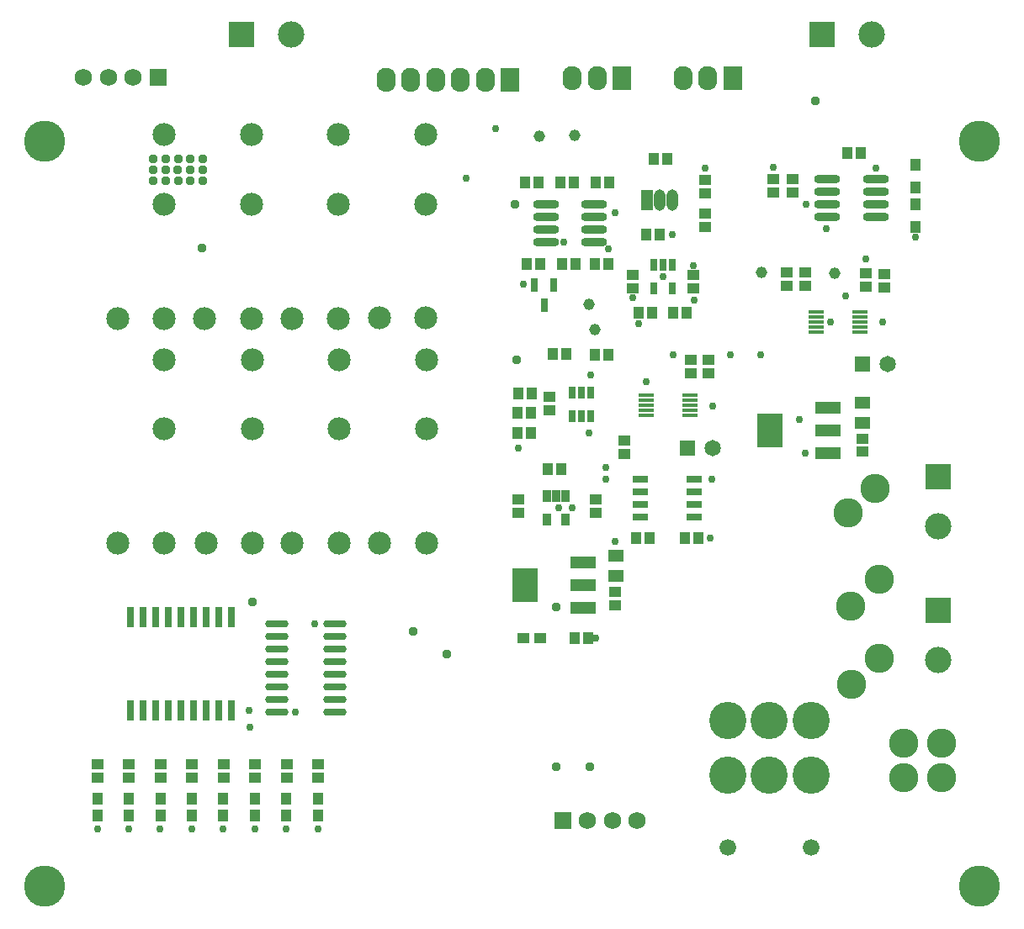
<source format=gts>
G04*
G04 #@! TF.GenerationSoftware,Altium Limited,Altium Designer,20.0.2 (26)*
G04*
G04 Layer_Color=8388736*
%FSLAX25Y25*%
%MOIN*%
G70*
G01*
G75*
%ADD21C,0.04591*%
%ADD22R,0.04134X0.04724*%
%ADD23R,0.10039X0.04528*%
%ADD24R,0.10039X0.13583*%
%ADD25R,0.04528X0.04134*%
%ADD26R,0.06391X0.04591*%
%ADD27R,0.04724X0.04134*%
%ADD28R,0.04491X0.04891*%
%ADD29R,0.04891X0.04491*%
%ADD30R,0.04134X0.04528*%
%ADD31R,0.06299X0.01772*%
%ADD32R,0.06299X0.02953*%
%ADD33R,0.03347X0.04528*%
%ADD34R,0.03150X0.04921*%
%ADD35R,0.02953X0.05709*%
%ADD36O,0.10433X0.03347*%
%ADD37R,0.02953X0.08465*%
%ADD38O,0.09252X0.02953*%
%ADD39C,0.09091*%
%ADD40C,0.06890*%
%ADD41R,0.06890X0.06890*%
%ADD42O,0.07591X0.09591*%
%ADD43R,0.07591X0.09591*%
%ADD44C,0.10433*%
%ADD45R,0.10433X0.10433*%
%ADD46C,0.14764*%
%ADD47C,0.06591*%
%ADD48R,0.10433X0.10433*%
%ADD49R,0.06496X0.06496*%
%ADD50C,0.06496*%
%ADD51R,0.04528X0.08465*%
%ADD52O,0.04528X0.08465*%
%ADD53C,0.16339*%
%ADD54C,0.02953*%
%ADD55C,0.03740*%
%ADD56C,0.11614*%
D21*
X227400Y-151300D02*
D03*
X221700Y-84200D02*
D03*
X207700Y-84400D02*
D03*
X324600Y-138900D02*
D03*
X295500Y-138600D02*
D03*
X229800Y-161100D02*
D03*
D22*
X229743Y-171100D02*
D03*
X235057D02*
D03*
X227100Y-283500D02*
D03*
X221785D02*
D03*
X329542Y-91300D02*
D03*
X334858D02*
D03*
X216458Y-216600D02*
D03*
X211142D02*
D03*
X265815Y-154337D02*
D03*
X260500D02*
D03*
X247143Y-154400D02*
D03*
X252457D02*
D03*
X229942Y-102700D02*
D03*
X235258D02*
D03*
X235057Y-135100D02*
D03*
X229743D02*
D03*
X221815Y-135300D02*
D03*
X216500D02*
D03*
X202700Y-135200D02*
D03*
X208015D02*
D03*
X204457Y-202225D02*
D03*
X199143D02*
D03*
X213000Y-171000D02*
D03*
X218315D02*
D03*
X204457Y-194300D02*
D03*
X199143D02*
D03*
X199241Y-186426D02*
D03*
X204556D02*
D03*
X202143Y-102700D02*
D03*
X207457D02*
D03*
X221357D02*
D03*
X216042D02*
D03*
D23*
X321917Y-210187D02*
D03*
Y-201132D02*
D03*
Y-192076D02*
D03*
X224849Y-253545D02*
D03*
Y-262600D02*
D03*
Y-271655D02*
D03*
D24*
X299083Y-201132D02*
D03*
X202014Y-262600D02*
D03*
D25*
X335700Y-209658D02*
D03*
Y-204343D02*
D03*
X211643Y-187706D02*
D03*
Y-193020D02*
D03*
X268800Y-144842D02*
D03*
Y-139527D02*
D03*
X237632Y-270458D02*
D03*
Y-265142D02*
D03*
X244500Y-139542D02*
D03*
Y-144858D02*
D03*
D26*
X335700Y-190300D02*
D03*
Y-198300D02*
D03*
X237931Y-258800D02*
D03*
Y-250800D02*
D03*
D27*
X120080Y-333493D02*
D03*
Y-338808D02*
D03*
X107581Y-333493D02*
D03*
Y-338808D02*
D03*
X32590Y-333493D02*
D03*
Y-338808D02*
D03*
X70086Y-333493D02*
D03*
Y-338808D02*
D03*
X57587Y-333493D02*
D03*
Y-338808D02*
D03*
X45089Y-333493D02*
D03*
Y-338808D02*
D03*
X82584Y-333493D02*
D03*
Y-338808D02*
D03*
X95083Y-333493D02*
D03*
Y-338808D02*
D03*
X344400Y-144358D02*
D03*
Y-139042D02*
D03*
X337000Y-144257D02*
D03*
Y-138943D02*
D03*
X313100Y-138643D02*
D03*
Y-143957D02*
D03*
X305500Y-138643D02*
D03*
Y-143957D02*
D03*
X307900Y-101443D02*
D03*
Y-106757D02*
D03*
X300300D02*
D03*
Y-101443D02*
D03*
X199300Y-233958D02*
D03*
Y-228643D02*
D03*
X273200Y-101943D02*
D03*
Y-107257D02*
D03*
Y-115143D02*
D03*
Y-120457D02*
D03*
X267530Y-178457D02*
D03*
Y-173143D02*
D03*
X274656Y-178590D02*
D03*
Y-173275D02*
D03*
X241400Y-205285D02*
D03*
Y-210600D02*
D03*
X230000Y-228443D02*
D03*
Y-233757D02*
D03*
D28*
X119880Y-347100D02*
D03*
Y-353800D02*
D03*
X32590Y-347100D02*
D03*
Y-353800D02*
D03*
X45060Y-347100D02*
D03*
Y-353800D02*
D03*
X57530Y-347100D02*
D03*
Y-353800D02*
D03*
X70000Y-347100D02*
D03*
Y-353800D02*
D03*
X82470Y-347100D02*
D03*
Y-353800D02*
D03*
X94940Y-347100D02*
D03*
Y-353800D02*
D03*
X107410Y-347100D02*
D03*
Y-353800D02*
D03*
D29*
X207900Y-283475D02*
D03*
X201200D02*
D03*
D30*
X265243Y-243900D02*
D03*
X270557D02*
D03*
X246042D02*
D03*
X251358D02*
D03*
X258457Y-93500D02*
D03*
X253142D02*
D03*
X249942Y-123400D02*
D03*
X255258D02*
D03*
X356600Y-95772D02*
D03*
Y-104828D02*
D03*
X356500Y-111372D02*
D03*
Y-120428D02*
D03*
D31*
X317295Y-154225D02*
D03*
Y-156193D02*
D03*
Y-158162D02*
D03*
Y-160130D02*
D03*
Y-162099D02*
D03*
X334618Y-154225D02*
D03*
Y-156193D02*
D03*
Y-158162D02*
D03*
Y-160130D02*
D03*
Y-162099D02*
D03*
X267261Y-195040D02*
D03*
Y-193072D02*
D03*
Y-191103D02*
D03*
Y-189135D02*
D03*
Y-187166D02*
D03*
X249939Y-195040D02*
D03*
Y-193072D02*
D03*
Y-191103D02*
D03*
Y-189135D02*
D03*
Y-187166D02*
D03*
D32*
X269028Y-235568D02*
D03*
Y-230569D02*
D03*
Y-225569D02*
D03*
Y-220568D02*
D03*
X247572Y-235568D02*
D03*
Y-230569D02*
D03*
Y-225569D02*
D03*
Y-220568D02*
D03*
D33*
X218000Y-227100D02*
D03*
X214260D02*
D03*
X210520D02*
D03*
X218000Y-236549D02*
D03*
X210520D02*
D03*
D34*
X227997Y-186085D02*
D03*
X224257D02*
D03*
X220516D02*
D03*
Y-195534D02*
D03*
X224257D02*
D03*
X227997D02*
D03*
X260440Y-144840D02*
D03*
X252960D02*
D03*
Y-135391D02*
D03*
X256700D02*
D03*
X260440D02*
D03*
D35*
X213240Y-143366D02*
D03*
X205760D02*
D03*
X209500Y-151634D02*
D03*
D36*
X210154Y-111500D02*
D03*
Y-116500D02*
D03*
Y-121500D02*
D03*
Y-126500D02*
D03*
X229446Y-111500D02*
D03*
Y-116500D02*
D03*
Y-121500D02*
D03*
Y-126500D02*
D03*
X321566Y-101646D02*
D03*
Y-106647D02*
D03*
Y-111646D02*
D03*
Y-116647D02*
D03*
X340857Y-101646D02*
D03*
Y-106647D02*
D03*
Y-111646D02*
D03*
Y-116647D02*
D03*
D37*
X45500Y-312204D02*
D03*
X50500D02*
D03*
X55500D02*
D03*
X60500D02*
D03*
X65500D02*
D03*
X70500D02*
D03*
X75500D02*
D03*
X80500D02*
D03*
X85500D02*
D03*
Y-275196D02*
D03*
X80500D02*
D03*
X75500D02*
D03*
X70500D02*
D03*
X65500D02*
D03*
X60500D02*
D03*
X55500D02*
D03*
X50500D02*
D03*
X45500D02*
D03*
D38*
X103651Y-277700D02*
D03*
Y-282700D02*
D03*
Y-287700D02*
D03*
Y-292700D02*
D03*
Y-297700D02*
D03*
Y-302700D02*
D03*
Y-307700D02*
D03*
Y-312700D02*
D03*
X126549Y-277700D02*
D03*
Y-282700D02*
D03*
Y-287700D02*
D03*
Y-292700D02*
D03*
Y-297700D02*
D03*
Y-302700D02*
D03*
Y-307700D02*
D03*
Y-312700D02*
D03*
D39*
X59101Y-156697D02*
D03*
Y-111421D02*
D03*
Y-83862D02*
D03*
X40597Y-156697D02*
D03*
X93550D02*
D03*
Y-111421D02*
D03*
Y-83862D02*
D03*
X75046Y-156697D02*
D03*
X127998D02*
D03*
Y-111421D02*
D03*
Y-83862D02*
D03*
X109494Y-156697D02*
D03*
X162700Y-156635D02*
D03*
Y-111359D02*
D03*
Y-83800D02*
D03*
X144196Y-156635D02*
D03*
X162934Y-245881D02*
D03*
Y-200606D02*
D03*
Y-173047D02*
D03*
X144430Y-245881D02*
D03*
X40493D02*
D03*
X58997Y-173047D02*
D03*
Y-200606D02*
D03*
Y-245881D02*
D03*
X109784D02*
D03*
X128288Y-173047D02*
D03*
Y-200606D02*
D03*
Y-245881D02*
D03*
X75532D02*
D03*
X94036Y-173047D02*
D03*
Y-200606D02*
D03*
Y-245881D02*
D03*
D40*
X36842Y-61321D02*
D03*
X27000D02*
D03*
X46685D02*
D03*
X236543Y-356000D02*
D03*
X246385D02*
D03*
X226700D02*
D03*
D41*
X56527Y-61321D02*
D03*
X216858Y-356000D02*
D03*
D42*
X220700Y-61400D02*
D03*
X230542D02*
D03*
X264600D02*
D03*
X274443D02*
D03*
X186285Y-62100D02*
D03*
X176443D02*
D03*
X166600D02*
D03*
X156757D02*
D03*
X146915D02*
D03*
D43*
X240385Y-61400D02*
D03*
X284285D02*
D03*
X196128Y-62100D02*
D03*
D44*
X109442Y-44300D02*
D03*
X339442D02*
D03*
X365500Y-292243D02*
D03*
Y-239200D02*
D03*
D45*
X89758Y-44300D02*
D03*
X319758D02*
D03*
D46*
X282200Y-316106D02*
D03*
X298735D02*
D03*
X315271D02*
D03*
Y-337760D02*
D03*
X298735D02*
D03*
X282472D02*
D03*
D47*
X282200Y-366500D02*
D03*
X315271D02*
D03*
D48*
X365500Y-272557D02*
D03*
Y-219515D02*
D03*
D49*
X266200Y-208200D02*
D03*
X335500Y-174900D02*
D03*
D50*
X276200Y-208200D02*
D03*
X345500Y-174900D02*
D03*
D51*
X250300Y-109932D02*
D03*
D52*
X255300D02*
D03*
X260300D02*
D03*
D53*
X381890Y-381890D02*
D03*
X11811D02*
D03*
X381890Y-86614D02*
D03*
X11811D02*
D03*
D54*
X32605Y-359050D02*
D03*
X275200Y-243900D02*
D03*
X337000Y-133300D02*
D03*
X310500Y-196800D02*
D03*
X313000Y-210200D02*
D03*
X92800Y-312300D02*
D03*
X93000Y-319000D02*
D03*
X229942Y-283500D02*
D03*
X57469Y-359050D02*
D03*
X119880D02*
D03*
X107398D02*
D03*
X94915D02*
D03*
X82433D02*
D03*
X69951D02*
D03*
X44987D02*
D03*
X201300Y-143300D02*
D03*
X260300Y-123500D02*
D03*
X313400Y-111600D02*
D03*
X283300Y-171300D02*
D03*
X356700Y-124500D02*
D03*
X300300Y-96700D02*
D03*
X273200Y-97200D02*
D03*
X268800Y-136000D02*
D03*
X247000Y-158700D02*
D03*
X244500Y-148500D02*
D03*
X256700Y-140116D02*
D03*
X276100Y-220500D02*
D03*
X118700Y-277800D02*
D03*
X111100Y-312700D02*
D03*
X295200Y-171300D02*
D03*
X328857Y-148000D02*
D03*
X323067Y-158033D02*
D03*
X343700Y-158100D02*
D03*
X321400Y-121100D02*
D03*
X340900Y-97300D02*
D03*
X237800Y-245300D02*
D03*
X260700Y-171100D02*
D03*
X276402Y-191402D02*
D03*
X249900Y-181800D02*
D03*
X234100Y-216000D02*
D03*
X234000Y-220568D02*
D03*
X227892Y-179100D02*
D03*
X227157Y-202200D02*
D03*
X220559Y-231824D02*
D03*
X215244D02*
D03*
X199200Y-208100D02*
D03*
X268900Y-149400D02*
D03*
X235057Y-129300D02*
D03*
X207904Y-103532D02*
D03*
X237700Y-115000D02*
D03*
X217200Y-126500D02*
D03*
X190300Y-81400D02*
D03*
X178500Y-101300D02*
D03*
D55*
X93900Y-269200D02*
D03*
X317100Y-70400D02*
D03*
X171000Y-289900D02*
D03*
X157700Y-280900D02*
D03*
X214200Y-334600D02*
D03*
X227600Y-334500D02*
D03*
X227500Y-253400D02*
D03*
X214200Y-271100D02*
D03*
X198600Y-173100D02*
D03*
X74050Y-128750D02*
D03*
X54800Y-102300D02*
D03*
X74300D02*
D03*
X59675D02*
D03*
X64550D02*
D03*
X69425D02*
D03*
X54700Y-97900D02*
D03*
X74200D02*
D03*
X59575D02*
D03*
X64450D02*
D03*
X69325D02*
D03*
X69425Y-93500D02*
D03*
X64550D02*
D03*
X59675D02*
D03*
X74300D02*
D03*
X54800D02*
D03*
X197900Y-111500D02*
D03*
D56*
X331200Y-301900D02*
D03*
X331100Y-270800D02*
D03*
X330000Y-234000D02*
D03*
X340600Y-224100D02*
D03*
X342300Y-260200D02*
D03*
X342400Y-291600D02*
D03*
X366900Y-338900D02*
D03*
X352000D02*
D03*
Y-325200D02*
D03*
X366900D02*
D03*
M02*

</source>
